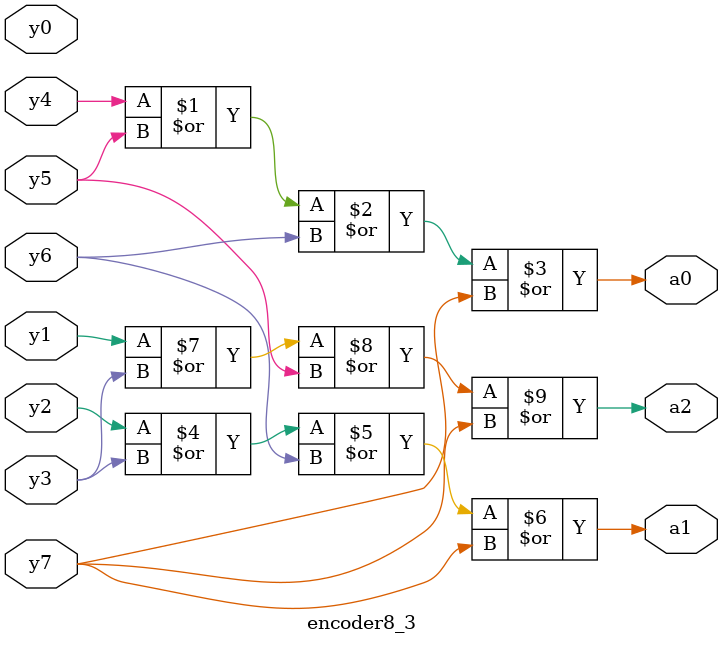
<source format=v>
`timescale 1ns / 1ps


module encoder8_3(
input y7,y6,y5,y4,y3,y2,y1,y0,
output a0,a1,a2);

assign a0=y4|y5|y6|y7;
assign a1=y2|y3|y6|y7;
assign a2=y1|y3|y5|y7;
endmodule




</source>
